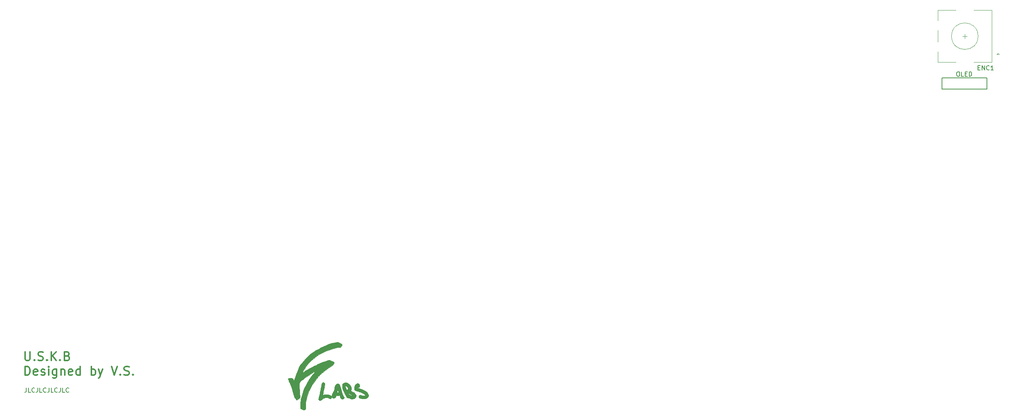
<source format=gbr>
%TF.GenerationSoftware,KiCad,Pcbnew,(5.1.9)-1*%
%TF.CreationDate,2021-07-17T19:30:38-07:00*%
%TF.ProjectId,unsplit-keyboard,756e7370-6c69-4742-9d6b-6579626f6172,rev?*%
%TF.SameCoordinates,Original*%
%TF.FileFunction,Legend,Top*%
%TF.FilePolarity,Positive*%
%FSLAX46Y46*%
G04 Gerber Fmt 4.6, Leading zero omitted, Abs format (unit mm)*
G04 Created by KiCad (PCBNEW (5.1.9)-1) date 2021-07-17 19:30:38*
%MOMM*%
%LPD*%
G01*
G04 APERTURE LIST*
%ADD10C,0.150000*%
%ADD11C,0.300000*%
%ADD12C,0.010000*%
%ADD13C,0.120000*%
G04 APERTURE END LIST*
D10*
X127587952Y-105021130D02*
X127587952Y-105735416D01*
X127540333Y-105878273D01*
X127445095Y-105973511D01*
X127302238Y-106021130D01*
X127207000Y-106021130D01*
X128540333Y-106021130D02*
X128064142Y-106021130D01*
X128064142Y-105021130D01*
X129445095Y-105925892D02*
X129397476Y-105973511D01*
X129254619Y-106021130D01*
X129159380Y-106021130D01*
X129016523Y-105973511D01*
X128921285Y-105878273D01*
X128873666Y-105783035D01*
X128826047Y-105592559D01*
X128826047Y-105449702D01*
X128873666Y-105259226D01*
X128921285Y-105163988D01*
X129016523Y-105068750D01*
X129159380Y-105021130D01*
X129254619Y-105021130D01*
X129397476Y-105068750D01*
X129445095Y-105116369D01*
X130159380Y-105021130D02*
X130159380Y-105735416D01*
X130111761Y-105878273D01*
X130016523Y-105973511D01*
X129873666Y-106021130D01*
X129778428Y-106021130D01*
X131111761Y-106021130D02*
X130635571Y-106021130D01*
X130635571Y-105021130D01*
X132016523Y-105925892D02*
X131968904Y-105973511D01*
X131826047Y-106021130D01*
X131730809Y-106021130D01*
X131587952Y-105973511D01*
X131492714Y-105878273D01*
X131445095Y-105783035D01*
X131397476Y-105592559D01*
X131397476Y-105449702D01*
X131445095Y-105259226D01*
X131492714Y-105163988D01*
X131587952Y-105068750D01*
X131730809Y-105021130D01*
X131826047Y-105021130D01*
X131968904Y-105068750D01*
X132016523Y-105116369D01*
X132730809Y-105021130D02*
X132730809Y-105735416D01*
X132683190Y-105878273D01*
X132587952Y-105973511D01*
X132445095Y-106021130D01*
X132349857Y-106021130D01*
X133683190Y-106021130D02*
X133207000Y-106021130D01*
X133207000Y-105021130D01*
X134587952Y-105925892D02*
X134540333Y-105973511D01*
X134397476Y-106021130D01*
X134302238Y-106021130D01*
X134159380Y-105973511D01*
X134064142Y-105878273D01*
X134016523Y-105783035D01*
X133968904Y-105592559D01*
X133968904Y-105449702D01*
X134016523Y-105259226D01*
X134064142Y-105163988D01*
X134159380Y-105068750D01*
X134302238Y-105021130D01*
X134397476Y-105021130D01*
X134540333Y-105068750D01*
X134587952Y-105116369D01*
X135302238Y-105021130D02*
X135302238Y-105735416D01*
X135254619Y-105878273D01*
X135159380Y-105973511D01*
X135016523Y-106021130D01*
X134921285Y-106021130D01*
X136254619Y-106021130D02*
X135778428Y-106021130D01*
X135778428Y-105021130D01*
X137159380Y-105925892D02*
X137111761Y-105973511D01*
X136968904Y-106021130D01*
X136873666Y-106021130D01*
X136730809Y-105973511D01*
X136635571Y-105878273D01*
X136587952Y-105783035D01*
X136540333Y-105592559D01*
X136540333Y-105449702D01*
X136587952Y-105259226D01*
X136635571Y-105163988D01*
X136730809Y-105068750D01*
X136873666Y-105021130D01*
X136968904Y-105021130D01*
X137111761Y-105068750D01*
X137159380Y-105116369D01*
D11*
X127290190Y-96854511D02*
X127290190Y-98473559D01*
X127385428Y-98664035D01*
X127480666Y-98759273D01*
X127671142Y-98854511D01*
X128052095Y-98854511D01*
X128242571Y-98759273D01*
X128337809Y-98664035D01*
X128433047Y-98473559D01*
X128433047Y-96854511D01*
X129385428Y-98664035D02*
X129480666Y-98759273D01*
X129385428Y-98854511D01*
X129290190Y-98759273D01*
X129385428Y-98664035D01*
X129385428Y-98854511D01*
X130242571Y-98759273D02*
X130528285Y-98854511D01*
X131004476Y-98854511D01*
X131194952Y-98759273D01*
X131290190Y-98664035D01*
X131385428Y-98473559D01*
X131385428Y-98283083D01*
X131290190Y-98092607D01*
X131194952Y-97997369D01*
X131004476Y-97902130D01*
X130623523Y-97806892D01*
X130433047Y-97711654D01*
X130337809Y-97616416D01*
X130242571Y-97425940D01*
X130242571Y-97235464D01*
X130337809Y-97044988D01*
X130433047Y-96949750D01*
X130623523Y-96854511D01*
X131099714Y-96854511D01*
X131385428Y-96949750D01*
X132242571Y-98664035D02*
X132337809Y-98759273D01*
X132242571Y-98854511D01*
X132147333Y-98759273D01*
X132242571Y-98664035D01*
X132242571Y-98854511D01*
X133194952Y-98854511D02*
X133194952Y-96854511D01*
X134337809Y-98854511D02*
X133480666Y-97711654D01*
X134337809Y-96854511D02*
X133194952Y-97997369D01*
X135194952Y-98664035D02*
X135290190Y-98759273D01*
X135194952Y-98854511D01*
X135099714Y-98759273D01*
X135194952Y-98664035D01*
X135194952Y-98854511D01*
X136814000Y-97806892D02*
X137099714Y-97902130D01*
X137194952Y-97997369D01*
X137290190Y-98187845D01*
X137290190Y-98473559D01*
X137194952Y-98664035D01*
X137099714Y-98759273D01*
X136909238Y-98854511D01*
X136147333Y-98854511D01*
X136147333Y-96854511D01*
X136814000Y-96854511D01*
X137004476Y-96949750D01*
X137099714Y-97044988D01*
X137194952Y-97235464D01*
X137194952Y-97425940D01*
X137099714Y-97616416D01*
X137004476Y-97711654D01*
X136814000Y-97806892D01*
X136147333Y-97806892D01*
X127290190Y-102154511D02*
X127290190Y-100154511D01*
X127766380Y-100154511D01*
X128052095Y-100249750D01*
X128242571Y-100440226D01*
X128337809Y-100630702D01*
X128433047Y-101011654D01*
X128433047Y-101297369D01*
X128337809Y-101678321D01*
X128242571Y-101868797D01*
X128052095Y-102059273D01*
X127766380Y-102154511D01*
X127290190Y-102154511D01*
X130052095Y-102059273D02*
X129861619Y-102154511D01*
X129480666Y-102154511D01*
X129290190Y-102059273D01*
X129194952Y-101868797D01*
X129194952Y-101106892D01*
X129290190Y-100916416D01*
X129480666Y-100821178D01*
X129861619Y-100821178D01*
X130052095Y-100916416D01*
X130147333Y-101106892D01*
X130147333Y-101297369D01*
X129194952Y-101487845D01*
X130909238Y-102059273D02*
X131099714Y-102154511D01*
X131480666Y-102154511D01*
X131671142Y-102059273D01*
X131766380Y-101868797D01*
X131766380Y-101773559D01*
X131671142Y-101583083D01*
X131480666Y-101487845D01*
X131194952Y-101487845D01*
X131004476Y-101392607D01*
X130909238Y-101202130D01*
X130909238Y-101106892D01*
X131004476Y-100916416D01*
X131194952Y-100821178D01*
X131480666Y-100821178D01*
X131671142Y-100916416D01*
X132623523Y-102154511D02*
X132623523Y-100821178D01*
X132623523Y-100154511D02*
X132528285Y-100249750D01*
X132623523Y-100344988D01*
X132718761Y-100249750D01*
X132623523Y-100154511D01*
X132623523Y-100344988D01*
X134433047Y-100821178D02*
X134433047Y-102440226D01*
X134337809Y-102630702D01*
X134242571Y-102725940D01*
X134052095Y-102821178D01*
X133766380Y-102821178D01*
X133575904Y-102725940D01*
X134433047Y-102059273D02*
X134242571Y-102154511D01*
X133861619Y-102154511D01*
X133671142Y-102059273D01*
X133575904Y-101964035D01*
X133480666Y-101773559D01*
X133480666Y-101202130D01*
X133575904Y-101011654D01*
X133671142Y-100916416D01*
X133861619Y-100821178D01*
X134242571Y-100821178D01*
X134433047Y-100916416D01*
X135385428Y-100821178D02*
X135385428Y-102154511D01*
X135385428Y-101011654D02*
X135480666Y-100916416D01*
X135671142Y-100821178D01*
X135956857Y-100821178D01*
X136147333Y-100916416D01*
X136242571Y-101106892D01*
X136242571Y-102154511D01*
X137956857Y-102059273D02*
X137766380Y-102154511D01*
X137385428Y-102154511D01*
X137194952Y-102059273D01*
X137099714Y-101868797D01*
X137099714Y-101106892D01*
X137194952Y-100916416D01*
X137385428Y-100821178D01*
X137766380Y-100821178D01*
X137956857Y-100916416D01*
X138052095Y-101106892D01*
X138052095Y-101297369D01*
X137099714Y-101487845D01*
X139766380Y-102154511D02*
X139766380Y-100154511D01*
X139766380Y-102059273D02*
X139575904Y-102154511D01*
X139194952Y-102154511D01*
X139004476Y-102059273D01*
X138909238Y-101964035D01*
X138814000Y-101773559D01*
X138814000Y-101202130D01*
X138909238Y-101011654D01*
X139004476Y-100916416D01*
X139194952Y-100821178D01*
X139575904Y-100821178D01*
X139766380Y-100916416D01*
X142242571Y-102154511D02*
X142242571Y-100154511D01*
X142242571Y-100916416D02*
X142433047Y-100821178D01*
X142814000Y-100821178D01*
X143004476Y-100916416D01*
X143099714Y-101011654D01*
X143194952Y-101202130D01*
X143194952Y-101773559D01*
X143099714Y-101964035D01*
X143004476Y-102059273D01*
X142814000Y-102154511D01*
X142433047Y-102154511D01*
X142242571Y-102059273D01*
X143861619Y-100821178D02*
X144337809Y-102154511D01*
X144814000Y-100821178D02*
X144337809Y-102154511D01*
X144147333Y-102630702D01*
X144052095Y-102725940D01*
X143861619Y-102821178D01*
X146814000Y-100154511D02*
X147480666Y-102154511D01*
X148147333Y-100154511D01*
X148814000Y-101964035D02*
X148909238Y-102059273D01*
X148814000Y-102154511D01*
X148718761Y-102059273D01*
X148814000Y-101964035D01*
X148814000Y-102154511D01*
X149671142Y-102059273D02*
X149956857Y-102154511D01*
X150433047Y-102154511D01*
X150623523Y-102059273D01*
X150718761Y-101964035D01*
X150814000Y-101773559D01*
X150814000Y-101583083D01*
X150718761Y-101392607D01*
X150623523Y-101297369D01*
X150433047Y-101202130D01*
X150052095Y-101106892D01*
X149861619Y-101011654D01*
X149766380Y-100916416D01*
X149671142Y-100725940D01*
X149671142Y-100535464D01*
X149766380Y-100344988D01*
X149861619Y-100249750D01*
X150052095Y-100154511D01*
X150528285Y-100154511D01*
X150814000Y-100249750D01*
X151671142Y-101964035D02*
X151766380Y-102059273D01*
X151671142Y-102154511D01*
X151575904Y-102059273D01*
X151671142Y-101964035D01*
X151671142Y-102154511D01*
D12*
%TO.C,G\u002A\u002A\u002A*%
G36*
X194769116Y-103808380D02*
G01*
X194876462Y-103862324D01*
X194955144Y-103950728D01*
X195001575Y-104068707D01*
X195012172Y-104211374D01*
X195002569Y-104292366D01*
X194985878Y-104386647D01*
X194970326Y-104476215D01*
X194964344Y-104511441D01*
X194908254Y-104835427D01*
X194845606Y-105178055D01*
X194779152Y-105525187D01*
X194711646Y-105862682D01*
X194645839Y-106176401D01*
X194598340Y-106391617D01*
X194574838Y-106500077D01*
X194557469Y-106589654D01*
X194548043Y-106650305D01*
X194547777Y-106671788D01*
X194574926Y-106670282D01*
X194631478Y-106654330D01*
X194663374Y-106643076D01*
X194933308Y-106565798D01*
X195222803Y-106525342D01*
X195518337Y-106522145D01*
X195806383Y-106556646D01*
X195985558Y-106600201D01*
X196062904Y-106626265D01*
X196153097Y-106660924D01*
X196244003Y-106698930D01*
X196323490Y-106735035D01*
X196379426Y-106763992D01*
X196399466Y-106779226D01*
X196427725Y-106797544D01*
X196435003Y-106798179D01*
X196469487Y-106813907D01*
X196518894Y-106852585D01*
X196527743Y-106860835D01*
X196593142Y-106923491D01*
X196607547Y-106805510D01*
X196641631Y-106634848D01*
X196701990Y-106442077D01*
X196782441Y-106242030D01*
X196850434Y-106103328D01*
X197780524Y-106103328D01*
X197793280Y-106123579D01*
X197823554Y-106113800D01*
X197875402Y-106095257D01*
X197948772Y-106077698D01*
X197964938Y-106074741D01*
X198055432Y-106058974D01*
X198107341Y-106042462D01*
X198127398Y-106013836D01*
X198122334Y-105961731D01*
X198098881Y-105874777D01*
X198093900Y-105856970D01*
X198039159Y-105662177D01*
X197996173Y-105513738D01*
X197964544Y-105410355D01*
X197943875Y-105350729D01*
X197933767Y-105333561D01*
X197933642Y-105333669D01*
X197926065Y-105359551D01*
X197911460Y-105423678D01*
X197891836Y-105515956D01*
X197869200Y-105626290D01*
X197845561Y-105744585D01*
X197822928Y-105860748D01*
X197803308Y-105964684D01*
X197788709Y-106046298D01*
X197781141Y-106095496D01*
X197780524Y-106103328D01*
X196850434Y-106103328D01*
X196876801Y-106049542D01*
X196978887Y-105879447D01*
X197014688Y-105828770D01*
X197058067Y-105768031D01*
X197090614Y-105713631D01*
X197116186Y-105654760D01*
X197138640Y-105580611D01*
X197161833Y-105480377D01*
X197189622Y-105343248D01*
X197191669Y-105332852D01*
X197261744Y-105019243D01*
X197340031Y-104748025D01*
X197425946Y-104520631D01*
X197518908Y-104338491D01*
X197618335Y-104203036D01*
X197672436Y-104151493D01*
X197741480Y-104098631D01*
X197797872Y-104070346D01*
X197863346Y-104059001D01*
X197941366Y-104056973D01*
X198033076Y-104059832D01*
X198096221Y-104073186D01*
X198151226Y-104103273D01*
X198190025Y-104132925D01*
X198262760Y-104200206D01*
X198321804Y-104277575D01*
X198374710Y-104377241D01*
X198429035Y-104511412D01*
X198435990Y-104530360D01*
X198469899Y-104627452D01*
X198510958Y-104751067D01*
X198555944Y-104890823D01*
X198601640Y-105036337D01*
X198644824Y-105177228D01*
X198682277Y-105303114D01*
X198710779Y-105403614D01*
X198727110Y-105468344D01*
X198727537Y-105470395D01*
X198744431Y-105535008D01*
X198762275Y-105578453D01*
X198764067Y-105581044D01*
X198781396Y-105620399D01*
X198798576Y-105683817D01*
X198800210Y-105691693D01*
X198814842Y-105751948D01*
X198840242Y-105844304D01*
X198872263Y-105954001D01*
X198893436Y-106023638D01*
X198925583Y-106128724D01*
X198952175Y-106217647D01*
X198969849Y-106279046D01*
X198975137Y-106299691D01*
X198990945Y-106347816D01*
X199024289Y-106428666D01*
X199070019Y-106531334D01*
X199122983Y-106644914D01*
X199178030Y-106758497D01*
X199230010Y-106861179D01*
X199273771Y-106942052D01*
X199295390Y-106977790D01*
X199342551Y-107059815D01*
X199378076Y-107140440D01*
X199389586Y-107180008D01*
X199387368Y-107290040D01*
X199344503Y-107391970D01*
X199269516Y-107478507D01*
X199170932Y-107542362D01*
X199057273Y-107576245D01*
X198937065Y-107572865D01*
X198931579Y-107571707D01*
X198848895Y-107535282D01*
X198757707Y-107466403D01*
X198667415Y-107376042D01*
X198587418Y-107275176D01*
X198527115Y-107174778D01*
X198495906Y-107085823D01*
X198493593Y-107060310D01*
X198485184Y-107017728D01*
X198463707Y-106951028D01*
X198434790Y-106874280D01*
X198404059Y-106801554D01*
X198377139Y-106746919D01*
X198359658Y-106724444D01*
X198359269Y-106724413D01*
X198333229Y-106728673D01*
X198270766Y-106740008D01*
X198183756Y-106756250D01*
X198153085Y-106762050D01*
X198050967Y-106780089D01*
X197981734Y-106787276D01*
X197930290Y-106783549D01*
X197881541Y-106768848D01*
X197861789Y-106760877D01*
X197786334Y-106722151D01*
X197721921Y-106677560D01*
X197714490Y-106670950D01*
X197660080Y-106619834D01*
X197643146Y-106690565D01*
X197625284Y-106750112D01*
X197609034Y-106785884D01*
X197591365Y-106820552D01*
X197562790Y-106885821D01*
X197535178Y-106953397D01*
X197468750Y-107080182D01*
X197379484Y-107193699D01*
X197278109Y-107282783D01*
X197175353Y-107336269D01*
X197164086Y-107339591D01*
X197027509Y-107354347D01*
X196893330Y-107329634D01*
X196774921Y-107269677D01*
X196694438Y-107191190D01*
X196644950Y-107134401D01*
X196612986Y-107120411D01*
X196600395Y-107149915D01*
X196600272Y-107155693D01*
X196583135Y-107224542D01*
X196539861Y-107304986D01*
X196482656Y-107377824D01*
X196432846Y-107419040D01*
X196324436Y-107456737D01*
X196200916Y-107450784D01*
X196059166Y-107400964D01*
X196040181Y-107391727D01*
X195851900Y-107308593D01*
X195677489Y-107257295D01*
X195498260Y-107232817D01*
X195437365Y-107229844D01*
X195251821Y-107234807D01*
X195078895Y-107264065D01*
X194909683Y-107321078D01*
X194735282Y-107409307D01*
X194546789Y-107532209D01*
X194423602Y-107623743D01*
X194290474Y-107724107D01*
X194186040Y-107795883D01*
X194101789Y-107842638D01*
X194029209Y-107867943D01*
X193959788Y-107875366D01*
X193885014Y-107868475D01*
X193853394Y-107862840D01*
X193778754Y-107827756D01*
X193705913Y-107759897D01*
X193648739Y-107674160D01*
X193627765Y-107620477D01*
X193619005Y-107578808D01*
X193616841Y-107532379D01*
X193622513Y-107472721D01*
X193637264Y-107391365D01*
X193662335Y-107279842D01*
X193698967Y-107129682D01*
X193700808Y-107122279D01*
X193734587Y-106986115D01*
X193764523Y-106864665D01*
X193788440Y-106766822D01*
X193804161Y-106701479D01*
X193809154Y-106679685D01*
X193817340Y-106642353D01*
X193834375Y-106566330D01*
X193858175Y-106460872D01*
X193886652Y-106335233D01*
X193904383Y-106257230D01*
X193940643Y-106093848D01*
X193980383Y-105907758D01*
X194022432Y-105705075D01*
X194065621Y-105491913D01*
X194108781Y-105274386D01*
X194150742Y-105058606D01*
X194190335Y-104850690D01*
X194226389Y-104656749D01*
X194257737Y-104482899D01*
X194283207Y-104335254D01*
X194301631Y-104219926D01*
X194311839Y-104143031D01*
X194313535Y-104118251D01*
X194336302Y-104013167D01*
X194397353Y-103917791D01*
X194485807Y-103843048D01*
X194590786Y-103799860D01*
X194636689Y-103793781D01*
X194769116Y-103808380D01*
G37*
X194769116Y-103808380D02*
X194876462Y-103862324D01*
X194955144Y-103950728D01*
X195001575Y-104068707D01*
X195012172Y-104211374D01*
X195002569Y-104292366D01*
X194985878Y-104386647D01*
X194970326Y-104476215D01*
X194964344Y-104511441D01*
X194908254Y-104835427D01*
X194845606Y-105178055D01*
X194779152Y-105525187D01*
X194711646Y-105862682D01*
X194645839Y-106176401D01*
X194598340Y-106391617D01*
X194574838Y-106500077D01*
X194557469Y-106589654D01*
X194548043Y-106650305D01*
X194547777Y-106671788D01*
X194574926Y-106670282D01*
X194631478Y-106654330D01*
X194663374Y-106643076D01*
X194933308Y-106565798D01*
X195222803Y-106525342D01*
X195518337Y-106522145D01*
X195806383Y-106556646D01*
X195985558Y-106600201D01*
X196062904Y-106626265D01*
X196153097Y-106660924D01*
X196244003Y-106698930D01*
X196323490Y-106735035D01*
X196379426Y-106763992D01*
X196399466Y-106779226D01*
X196427725Y-106797544D01*
X196435003Y-106798179D01*
X196469487Y-106813907D01*
X196518894Y-106852585D01*
X196527743Y-106860835D01*
X196593142Y-106923491D01*
X196607547Y-106805510D01*
X196641631Y-106634848D01*
X196701990Y-106442077D01*
X196782441Y-106242030D01*
X196850434Y-106103328D01*
X197780524Y-106103328D01*
X197793280Y-106123579D01*
X197823554Y-106113800D01*
X197875402Y-106095257D01*
X197948772Y-106077698D01*
X197964938Y-106074741D01*
X198055432Y-106058974D01*
X198107341Y-106042462D01*
X198127398Y-106013836D01*
X198122334Y-105961731D01*
X198098881Y-105874777D01*
X198093900Y-105856970D01*
X198039159Y-105662177D01*
X197996173Y-105513738D01*
X197964544Y-105410355D01*
X197943875Y-105350729D01*
X197933767Y-105333561D01*
X197933642Y-105333669D01*
X197926065Y-105359551D01*
X197911460Y-105423678D01*
X197891836Y-105515956D01*
X197869200Y-105626290D01*
X197845561Y-105744585D01*
X197822928Y-105860748D01*
X197803308Y-105964684D01*
X197788709Y-106046298D01*
X197781141Y-106095496D01*
X197780524Y-106103328D01*
X196850434Y-106103328D01*
X196876801Y-106049542D01*
X196978887Y-105879447D01*
X197014688Y-105828770D01*
X197058067Y-105768031D01*
X197090614Y-105713631D01*
X197116186Y-105654760D01*
X197138640Y-105580611D01*
X197161833Y-105480377D01*
X197189622Y-105343248D01*
X197191669Y-105332852D01*
X197261744Y-105019243D01*
X197340031Y-104748025D01*
X197425946Y-104520631D01*
X197518908Y-104338491D01*
X197618335Y-104203036D01*
X197672436Y-104151493D01*
X197741480Y-104098631D01*
X197797872Y-104070346D01*
X197863346Y-104059001D01*
X197941366Y-104056973D01*
X198033076Y-104059832D01*
X198096221Y-104073186D01*
X198151226Y-104103273D01*
X198190025Y-104132925D01*
X198262760Y-104200206D01*
X198321804Y-104277575D01*
X198374710Y-104377241D01*
X198429035Y-104511412D01*
X198435990Y-104530360D01*
X198469899Y-104627452D01*
X198510958Y-104751067D01*
X198555944Y-104890823D01*
X198601640Y-105036337D01*
X198644824Y-105177228D01*
X198682277Y-105303114D01*
X198710779Y-105403614D01*
X198727110Y-105468344D01*
X198727537Y-105470395D01*
X198744431Y-105535008D01*
X198762275Y-105578453D01*
X198764067Y-105581044D01*
X198781396Y-105620399D01*
X198798576Y-105683817D01*
X198800210Y-105691693D01*
X198814842Y-105751948D01*
X198840242Y-105844304D01*
X198872263Y-105954001D01*
X198893436Y-106023638D01*
X198925583Y-106128724D01*
X198952175Y-106217647D01*
X198969849Y-106279046D01*
X198975137Y-106299691D01*
X198990945Y-106347816D01*
X199024289Y-106428666D01*
X199070019Y-106531334D01*
X199122983Y-106644914D01*
X199178030Y-106758497D01*
X199230010Y-106861179D01*
X199273771Y-106942052D01*
X199295390Y-106977790D01*
X199342551Y-107059815D01*
X199378076Y-107140440D01*
X199389586Y-107180008D01*
X199387368Y-107290040D01*
X199344503Y-107391970D01*
X199269516Y-107478507D01*
X199170932Y-107542362D01*
X199057273Y-107576245D01*
X198937065Y-107572865D01*
X198931579Y-107571707D01*
X198848895Y-107535282D01*
X198757707Y-107466403D01*
X198667415Y-107376042D01*
X198587418Y-107275176D01*
X198527115Y-107174778D01*
X198495906Y-107085823D01*
X198493593Y-107060310D01*
X198485184Y-107017728D01*
X198463707Y-106951028D01*
X198434790Y-106874280D01*
X198404059Y-106801554D01*
X198377139Y-106746919D01*
X198359658Y-106724444D01*
X198359269Y-106724413D01*
X198333229Y-106728673D01*
X198270766Y-106740008D01*
X198183756Y-106756250D01*
X198153085Y-106762050D01*
X198050967Y-106780089D01*
X197981734Y-106787276D01*
X197930290Y-106783549D01*
X197881541Y-106768848D01*
X197861789Y-106760877D01*
X197786334Y-106722151D01*
X197721921Y-106677560D01*
X197714490Y-106670950D01*
X197660080Y-106619834D01*
X197643146Y-106690565D01*
X197625284Y-106750112D01*
X197609034Y-106785884D01*
X197591365Y-106820552D01*
X197562790Y-106885821D01*
X197535178Y-106953397D01*
X197468750Y-107080182D01*
X197379484Y-107193699D01*
X197278109Y-107282783D01*
X197175353Y-107336269D01*
X197164086Y-107339591D01*
X197027509Y-107354347D01*
X196893330Y-107329634D01*
X196774921Y-107269677D01*
X196694438Y-107191190D01*
X196644950Y-107134401D01*
X196612986Y-107120411D01*
X196600395Y-107149915D01*
X196600272Y-107155693D01*
X196583135Y-107224542D01*
X196539861Y-107304986D01*
X196482656Y-107377824D01*
X196432846Y-107419040D01*
X196324436Y-107456737D01*
X196200916Y-107450784D01*
X196059166Y-107400964D01*
X196040181Y-107391727D01*
X195851900Y-107308593D01*
X195677489Y-107257295D01*
X195498260Y-107232817D01*
X195437365Y-107229844D01*
X195251821Y-107234807D01*
X195078895Y-107264065D01*
X194909683Y-107321078D01*
X194735282Y-107409307D01*
X194546789Y-107532209D01*
X194423602Y-107623743D01*
X194290474Y-107724107D01*
X194186040Y-107795883D01*
X194101789Y-107842638D01*
X194029209Y-107867943D01*
X193959788Y-107875366D01*
X193885014Y-107868475D01*
X193853394Y-107862840D01*
X193778754Y-107827756D01*
X193705913Y-107759897D01*
X193648739Y-107674160D01*
X193627765Y-107620477D01*
X193619005Y-107578808D01*
X193616841Y-107532379D01*
X193622513Y-107472721D01*
X193637264Y-107391365D01*
X193662335Y-107279842D01*
X193698967Y-107129682D01*
X193700808Y-107122279D01*
X193734587Y-106986115D01*
X193764523Y-106864665D01*
X193788440Y-106766822D01*
X193804161Y-106701479D01*
X193809154Y-106679685D01*
X193817340Y-106642353D01*
X193834375Y-106566330D01*
X193858175Y-106460872D01*
X193886652Y-106335233D01*
X193904383Y-106257230D01*
X193940643Y-106093848D01*
X193980383Y-105907758D01*
X194022432Y-105705075D01*
X194065621Y-105491913D01*
X194108781Y-105274386D01*
X194150742Y-105058606D01*
X194190335Y-104850690D01*
X194226389Y-104656749D01*
X194257737Y-104482899D01*
X194283207Y-104335254D01*
X194301631Y-104219926D01*
X194311839Y-104143031D01*
X194313535Y-104118251D01*
X194336302Y-104013167D01*
X194397353Y-103917791D01*
X194485807Y-103843048D01*
X194590786Y-103799860D01*
X194636689Y-103793781D01*
X194769116Y-103808380D01*
G36*
X199973072Y-103870021D02*
G01*
X200163707Y-103944906D01*
X200350679Y-104057621D01*
X200529029Y-104204816D01*
X200693797Y-104383140D01*
X200840022Y-104589244D01*
X200925554Y-104742007D01*
X200964520Y-104821597D01*
X200989939Y-104884949D01*
X201004699Y-104946631D01*
X201011688Y-105021213D01*
X201013796Y-105123263D01*
X201013922Y-105187687D01*
X201012736Y-105312286D01*
X201007716Y-105401377D01*
X200996666Y-105468602D01*
X200977393Y-105527601D01*
X200949435Y-105588520D01*
X200884949Y-105718818D01*
X201060084Y-105806660D01*
X201167647Y-105861624D01*
X201279858Y-105920558D01*
X201370456Y-105969625D01*
X201452382Y-106014840D01*
X201524868Y-106054346D01*
X201562619Y-106074521D01*
X201682295Y-106151203D01*
X201804995Y-106253315D01*
X201914389Y-106365818D01*
X201991776Y-106469714D01*
X202071213Y-106640320D01*
X202104451Y-106807262D01*
X202094465Y-106966476D01*
X202044231Y-107113895D01*
X201956726Y-107245452D01*
X201834926Y-107357083D01*
X201681806Y-107444719D01*
X201500343Y-107504296D01*
X201293513Y-107531747D01*
X201213574Y-107532984D01*
X201113219Y-107530372D01*
X201027277Y-107526022D01*
X200971415Y-107520778D01*
X200964745Y-107519593D01*
X200847450Y-107484468D01*
X200710744Y-107427923D01*
X200574387Y-107358276D01*
X200555165Y-107347201D01*
X200472177Y-107301964D01*
X200410274Y-107279985D01*
X200350332Y-107276211D01*
X200304523Y-107280965D01*
X200225648Y-107285778D01*
X200159339Y-107270731D01*
X200081511Y-107230924D01*
X200049741Y-107211301D01*
X200021465Y-107189551D01*
X199993703Y-107160681D01*
X199963476Y-107119697D01*
X199927801Y-107061606D01*
X199883699Y-106981415D01*
X199828191Y-106874129D01*
X199758294Y-106734756D01*
X199671029Y-106558303D01*
X199628355Y-106471674D01*
X199539831Y-106290760D01*
X200365230Y-106290760D01*
X200388351Y-106355623D01*
X200416401Y-106416398D01*
X200454793Y-106485279D01*
X200490335Y-106518626D01*
X200535337Y-106527687D01*
X200538187Y-106527704D01*
X200631247Y-106542629D01*
X200731772Y-106590299D01*
X200848747Y-106675062D01*
X200857252Y-106682057D01*
X200960851Y-106757276D01*
X201058643Y-106799978D01*
X201172522Y-106818279D01*
X201231121Y-106820654D01*
X201306728Y-106817723D01*
X201339165Y-106804507D01*
X201340385Y-106792031D01*
X201316390Y-106771557D01*
X201255456Y-106733185D01*
X201164645Y-106680979D01*
X201051021Y-106618999D01*
X200923563Y-106552293D01*
X200791899Y-106484034D01*
X200673528Y-106421375D01*
X200576192Y-106368518D01*
X200507635Y-106329664D01*
X200476207Y-106309543D01*
X200444803Y-106290078D01*
X200436090Y-106294113D01*
X200420962Y-106296324D01*
X200399207Y-106281818D01*
X200368825Y-106265972D01*
X200365230Y-106290760D01*
X199539831Y-106290760D01*
X199489198Y-106187285D01*
X199371255Y-105941644D01*
X199272774Y-105730014D01*
X199192003Y-105547657D01*
X199127191Y-105389836D01*
X199076584Y-105251814D01*
X199038432Y-105128853D01*
X199010982Y-105016216D01*
X198992482Y-104909166D01*
X198981181Y-104802966D01*
X198975827Y-104707178D01*
X198979038Y-104638174D01*
X199678173Y-104638174D01*
X199679686Y-104730594D01*
X199707596Y-104854754D01*
X199761546Y-105007639D01*
X199826398Y-105155363D01*
X199950559Y-105418162D01*
X200076529Y-105404939D01*
X200175114Y-105385218D01*
X200242051Y-105346860D01*
X200257823Y-105331330D01*
X200296468Y-105276521D01*
X200313132Y-105227851D01*
X200313147Y-105226808D01*
X200297506Y-105139450D01*
X200254944Y-105032218D01*
X200192009Y-104921272D01*
X200185372Y-104911367D01*
X200127559Y-104839843D01*
X200050279Y-104762152D01*
X199964001Y-104686839D01*
X199879188Y-104622450D01*
X199806307Y-104577528D01*
X199755824Y-104560618D01*
X199755770Y-104560618D01*
X199703415Y-104580510D01*
X199678173Y-104638174D01*
X198979038Y-104638174D01*
X198986163Y-104485066D01*
X199034291Y-104293142D01*
X199119405Y-104132516D01*
X199240699Y-104004298D01*
X199397366Y-103909598D01*
X199588600Y-103849525D01*
X199600658Y-103847142D01*
X199783736Y-103836316D01*
X199973072Y-103870021D01*
G37*
X199973072Y-103870021D02*
X200163707Y-103944906D01*
X200350679Y-104057621D01*
X200529029Y-104204816D01*
X200693797Y-104383140D01*
X200840022Y-104589244D01*
X200925554Y-104742007D01*
X200964520Y-104821597D01*
X200989939Y-104884949D01*
X201004699Y-104946631D01*
X201011688Y-105021213D01*
X201013796Y-105123263D01*
X201013922Y-105187687D01*
X201012736Y-105312286D01*
X201007716Y-105401377D01*
X200996666Y-105468602D01*
X200977393Y-105527601D01*
X200949435Y-105588520D01*
X200884949Y-105718818D01*
X201060084Y-105806660D01*
X201167647Y-105861624D01*
X201279858Y-105920558D01*
X201370456Y-105969625D01*
X201452382Y-106014840D01*
X201524868Y-106054346D01*
X201562619Y-106074521D01*
X201682295Y-106151203D01*
X201804995Y-106253315D01*
X201914389Y-106365818D01*
X201991776Y-106469714D01*
X202071213Y-106640320D01*
X202104451Y-106807262D01*
X202094465Y-106966476D01*
X202044231Y-107113895D01*
X201956726Y-107245452D01*
X201834926Y-107357083D01*
X201681806Y-107444719D01*
X201500343Y-107504296D01*
X201293513Y-107531747D01*
X201213574Y-107532984D01*
X201113219Y-107530372D01*
X201027277Y-107526022D01*
X200971415Y-107520778D01*
X200964745Y-107519593D01*
X200847450Y-107484468D01*
X200710744Y-107427923D01*
X200574387Y-107358276D01*
X200555165Y-107347201D01*
X200472177Y-107301964D01*
X200410274Y-107279985D01*
X200350332Y-107276211D01*
X200304523Y-107280965D01*
X200225648Y-107285778D01*
X200159339Y-107270731D01*
X200081511Y-107230924D01*
X200049741Y-107211301D01*
X200021465Y-107189551D01*
X199993703Y-107160681D01*
X199963476Y-107119697D01*
X199927801Y-107061606D01*
X199883699Y-106981415D01*
X199828191Y-106874129D01*
X199758294Y-106734756D01*
X199671029Y-106558303D01*
X199628355Y-106471674D01*
X199539831Y-106290760D01*
X200365230Y-106290760D01*
X200388351Y-106355623D01*
X200416401Y-106416398D01*
X200454793Y-106485279D01*
X200490335Y-106518626D01*
X200535337Y-106527687D01*
X200538187Y-106527704D01*
X200631247Y-106542629D01*
X200731772Y-106590299D01*
X200848747Y-106675062D01*
X200857252Y-106682057D01*
X200960851Y-106757276D01*
X201058643Y-106799978D01*
X201172522Y-106818279D01*
X201231121Y-106820654D01*
X201306728Y-106817723D01*
X201339165Y-106804507D01*
X201340385Y-106792031D01*
X201316390Y-106771557D01*
X201255456Y-106733185D01*
X201164645Y-106680979D01*
X201051021Y-106618999D01*
X200923563Y-106552293D01*
X200791899Y-106484034D01*
X200673528Y-106421375D01*
X200576192Y-106368518D01*
X200507635Y-106329664D01*
X200476207Y-106309543D01*
X200444803Y-106290078D01*
X200436090Y-106294113D01*
X200420962Y-106296324D01*
X200399207Y-106281818D01*
X200368825Y-106265972D01*
X200365230Y-106290760D01*
X199539831Y-106290760D01*
X199489198Y-106187285D01*
X199371255Y-105941644D01*
X199272774Y-105730014D01*
X199192003Y-105547657D01*
X199127191Y-105389836D01*
X199076584Y-105251814D01*
X199038432Y-105128853D01*
X199010982Y-105016216D01*
X198992482Y-104909166D01*
X198981181Y-104802966D01*
X198975827Y-104707178D01*
X198979038Y-104638174D01*
X199678173Y-104638174D01*
X199679686Y-104730594D01*
X199707596Y-104854754D01*
X199761546Y-105007639D01*
X199826398Y-105155363D01*
X199950559Y-105418162D01*
X200076529Y-105404939D01*
X200175114Y-105385218D01*
X200242051Y-105346860D01*
X200257823Y-105331330D01*
X200296468Y-105276521D01*
X200313132Y-105227851D01*
X200313147Y-105226808D01*
X200297506Y-105139450D01*
X200254944Y-105032218D01*
X200192009Y-104921272D01*
X200185372Y-104911367D01*
X200127559Y-104839843D01*
X200050279Y-104762152D01*
X199964001Y-104686839D01*
X199879188Y-104622450D01*
X199806307Y-104577528D01*
X199755824Y-104560618D01*
X199755770Y-104560618D01*
X199703415Y-104580510D01*
X199678173Y-104638174D01*
X198979038Y-104638174D01*
X198986163Y-104485066D01*
X199034291Y-104293142D01*
X199119405Y-104132516D01*
X199240699Y-104004298D01*
X199397366Y-103909598D01*
X199588600Y-103849525D01*
X199600658Y-103847142D01*
X199783736Y-103836316D01*
X199973072Y-103870021D01*
G36*
X202533076Y-103994207D02*
G01*
X202670083Y-104052768D01*
X202773810Y-104139960D01*
X202825580Y-104210671D01*
X202853654Y-104262826D01*
X202870825Y-104318098D01*
X202879611Y-104390550D01*
X202882529Y-104494246D01*
X202882638Y-104529439D01*
X202882654Y-104756441D01*
X202793228Y-104845899D01*
X202731424Y-104900353D01*
X202670685Y-104930887D01*
X202588956Y-104947413D01*
X202559637Y-104950844D01*
X202464908Y-104967487D01*
X202418704Y-104990429D01*
X202421185Y-105017514D01*
X202472513Y-105046587D01*
X202550708Y-105070286D01*
X202734116Y-105120949D01*
X202942173Y-105187703D01*
X203163612Y-105266157D01*
X203387166Y-105351921D01*
X203601571Y-105440604D01*
X203795559Y-105527815D01*
X203957864Y-105609164D01*
X204013728Y-105640441D01*
X204267467Y-105804793D01*
X204481149Y-105977167D01*
X204653386Y-106155477D01*
X204782792Y-106337633D01*
X204867978Y-106521547D01*
X204907556Y-106705132D01*
X204900140Y-106886300D01*
X204885297Y-106951975D01*
X204844720Y-107035750D01*
X204771748Y-107130940D01*
X204677611Y-107226262D01*
X204573540Y-107310431D01*
X204470764Y-107372164D01*
X204463920Y-107375348D01*
X204362867Y-107411370D01*
X204228577Y-107445494D01*
X204076983Y-107474848D01*
X203924014Y-107496561D01*
X203785603Y-107507763D01*
X203725077Y-107508490D01*
X203627516Y-107502062D01*
X203512285Y-107488395D01*
X203435897Y-107476072D01*
X203241126Y-107433524D01*
X203069334Y-107383321D01*
X202928469Y-107328253D01*
X202826479Y-107271116D01*
X202805100Y-107254377D01*
X202750711Y-107201218D01*
X202721815Y-107149355D01*
X202708311Y-107077377D01*
X202705304Y-107042830D01*
X202705359Y-106936901D01*
X202726901Y-106854148D01*
X202742213Y-106822767D01*
X202816102Y-106735484D01*
X202919460Y-106677225D01*
X203039429Y-106651985D01*
X203163146Y-106663760D01*
X203207295Y-106678297D01*
X203275501Y-106705880D01*
X203325248Y-106726194D01*
X203413653Y-106753007D01*
X203524850Y-106772595D01*
X203649690Y-106785031D01*
X203779019Y-106790388D01*
X203903687Y-106788740D01*
X204014541Y-106780160D01*
X204102431Y-106764720D01*
X204158204Y-106742494D01*
X204173554Y-106719417D01*
X204156650Y-106688375D01*
X204112204Y-106634350D01*
X204049611Y-106566821D01*
X203978268Y-106495267D01*
X203907573Y-106429168D01*
X203846922Y-106378004D01*
X203811062Y-106353733D01*
X203759449Y-106324961D01*
X203730960Y-106305101D01*
X203702046Y-106286922D01*
X203637704Y-106253257D01*
X203547440Y-106208606D01*
X203440759Y-106157468D01*
X203327166Y-106104342D01*
X203216168Y-106053727D01*
X203117268Y-106010124D01*
X203040080Y-105978072D01*
X202963422Y-105950222D01*
X202850694Y-105912170D01*
X202713021Y-105867533D01*
X202561531Y-105819924D01*
X202426483Y-105778700D01*
X202241814Y-105721526D01*
X202097938Y-105672192D01*
X201987874Y-105626890D01*
X201904636Y-105581810D01*
X201841243Y-105533145D01*
X201790711Y-105477085D01*
X201746056Y-105409824D01*
X201744140Y-105406587D01*
X201717405Y-105356031D01*
X201701559Y-105306553D01*
X201694679Y-105244452D01*
X201694839Y-105156028D01*
X201697851Y-105076978D01*
X201708459Y-104934026D01*
X201728602Y-104818308D01*
X201762487Y-104708171D01*
X201776642Y-104671267D01*
X201871079Y-104470151D01*
X201982208Y-104295293D01*
X202104942Y-104152897D01*
X202234192Y-104049169D01*
X202324073Y-104003555D01*
X202401287Y-103979404D01*
X202465097Y-103977938D01*
X202533076Y-103994207D01*
G37*
X202533076Y-103994207D02*
X202670083Y-104052768D01*
X202773810Y-104139960D01*
X202825580Y-104210671D01*
X202853654Y-104262826D01*
X202870825Y-104318098D01*
X202879611Y-104390550D01*
X202882529Y-104494246D01*
X202882638Y-104529439D01*
X202882654Y-104756441D01*
X202793228Y-104845899D01*
X202731424Y-104900353D01*
X202670685Y-104930887D01*
X202588956Y-104947413D01*
X202559637Y-104950844D01*
X202464908Y-104967487D01*
X202418704Y-104990429D01*
X202421185Y-105017514D01*
X202472513Y-105046587D01*
X202550708Y-105070286D01*
X202734116Y-105120949D01*
X202942173Y-105187703D01*
X203163612Y-105266157D01*
X203387166Y-105351921D01*
X203601571Y-105440604D01*
X203795559Y-105527815D01*
X203957864Y-105609164D01*
X204013728Y-105640441D01*
X204267467Y-105804793D01*
X204481149Y-105977167D01*
X204653386Y-106155477D01*
X204782792Y-106337633D01*
X204867978Y-106521547D01*
X204907556Y-106705132D01*
X204900140Y-106886300D01*
X204885297Y-106951975D01*
X204844720Y-107035750D01*
X204771748Y-107130940D01*
X204677611Y-107226262D01*
X204573540Y-107310431D01*
X204470764Y-107372164D01*
X204463920Y-107375348D01*
X204362867Y-107411370D01*
X204228577Y-107445494D01*
X204076983Y-107474848D01*
X203924014Y-107496561D01*
X203785603Y-107507763D01*
X203725077Y-107508490D01*
X203627516Y-107502062D01*
X203512285Y-107488395D01*
X203435897Y-107476072D01*
X203241126Y-107433524D01*
X203069334Y-107383321D01*
X202928469Y-107328253D01*
X202826479Y-107271116D01*
X202805100Y-107254377D01*
X202750711Y-107201218D01*
X202721815Y-107149355D01*
X202708311Y-107077377D01*
X202705304Y-107042830D01*
X202705359Y-106936901D01*
X202726901Y-106854148D01*
X202742213Y-106822767D01*
X202816102Y-106735484D01*
X202919460Y-106677225D01*
X203039429Y-106651985D01*
X203163146Y-106663760D01*
X203207295Y-106678297D01*
X203275501Y-106705880D01*
X203325248Y-106726194D01*
X203413653Y-106753007D01*
X203524850Y-106772595D01*
X203649690Y-106785031D01*
X203779019Y-106790388D01*
X203903687Y-106788740D01*
X204014541Y-106780160D01*
X204102431Y-106764720D01*
X204158204Y-106742494D01*
X204173554Y-106719417D01*
X204156650Y-106688375D01*
X204112204Y-106634350D01*
X204049611Y-106566821D01*
X203978268Y-106495267D01*
X203907573Y-106429168D01*
X203846922Y-106378004D01*
X203811062Y-106353733D01*
X203759449Y-106324961D01*
X203730960Y-106305101D01*
X203702046Y-106286922D01*
X203637704Y-106253257D01*
X203547440Y-106208606D01*
X203440759Y-106157468D01*
X203327166Y-106104342D01*
X203216168Y-106053727D01*
X203117268Y-106010124D01*
X203040080Y-105978072D01*
X202963422Y-105950222D01*
X202850694Y-105912170D01*
X202713021Y-105867533D01*
X202561531Y-105819924D01*
X202426483Y-105778700D01*
X202241814Y-105721526D01*
X202097938Y-105672192D01*
X201987874Y-105626890D01*
X201904636Y-105581810D01*
X201841243Y-105533145D01*
X201790711Y-105477085D01*
X201746056Y-105409824D01*
X201744140Y-105406587D01*
X201717405Y-105356031D01*
X201701559Y-105306553D01*
X201694679Y-105244452D01*
X201694839Y-105156028D01*
X201697851Y-105076978D01*
X201708459Y-104934026D01*
X201728602Y-104818308D01*
X201762487Y-104708171D01*
X201776642Y-104671267D01*
X201871079Y-104470151D01*
X201982208Y-104295293D01*
X202104942Y-104152897D01*
X202234192Y-104049169D01*
X202324073Y-104003555D01*
X202401287Y-103979404D01*
X202465097Y-103977938D01*
X202533076Y-103994207D01*
G36*
X198171802Y-94765266D02*
G01*
X198390321Y-94866010D01*
X198391297Y-94866505D01*
X198688667Y-95021316D01*
X198856121Y-95134346D01*
X198914800Y-95240330D01*
X198885846Y-95374001D01*
X198803689Y-95544036D01*
X198676204Y-95756368D01*
X198544981Y-95852070D01*
X198350565Y-95874416D01*
X198349798Y-95874416D01*
X198017145Y-95908152D01*
X197564540Y-96002013D01*
X197025695Y-96144983D01*
X196434320Y-96326046D01*
X195824127Y-96534185D01*
X195228827Y-96758384D01*
X194682133Y-96987625D01*
X194217755Y-97210892D01*
X194151250Y-97246466D01*
X193654908Y-97526483D01*
X193243839Y-97785836D01*
X192870708Y-98059758D01*
X192488179Y-98383484D01*
X192048918Y-98792246D01*
X191961020Y-98876756D01*
X191314250Y-99545399D01*
X190793285Y-100188365D01*
X190367522Y-100844860D01*
X190231231Y-101092874D01*
X190075876Y-101409924D01*
X190016839Y-101591752D01*
X190055264Y-101643194D01*
X190192296Y-101569086D01*
X190320083Y-101468243D01*
X190577652Y-101253868D01*
X190744682Y-101121284D01*
X190860221Y-101043285D01*
X190963318Y-100992664D01*
X191053544Y-100957220D01*
X191229791Y-100874225D01*
X191493514Y-100731989D01*
X191788498Y-100560866D01*
X191796620Y-100555978D01*
X192134838Y-100365099D01*
X192550539Y-100148776D01*
X192965250Y-99947536D01*
X193050583Y-99908396D01*
X193447036Y-99727983D01*
X193857462Y-99539625D01*
X194207239Y-99377605D01*
X194278250Y-99344394D01*
X194615583Y-99198845D01*
X194958950Y-99070555D01*
X195167250Y-99005985D01*
X195414036Y-98932435D01*
X195593178Y-98863414D01*
X195632917Y-98840834D01*
X195898668Y-98735501D01*
X196205146Y-98764768D01*
X196447263Y-98887471D01*
X196687995Y-99033026D01*
X196923953Y-99128840D01*
X196946329Y-99134320D01*
X197096598Y-99179418D01*
X197141803Y-99259904D01*
X197104708Y-99432199D01*
X197088318Y-99486221D01*
X197048129Y-99610055D01*
X196999544Y-99711021D01*
X196919985Y-99808686D01*
X196786874Y-99922616D01*
X196577637Y-100072376D01*
X196269694Y-100277532D01*
X195886917Y-100527387D01*
X194871437Y-101261502D01*
X193964782Y-102076251D01*
X193141305Y-102998163D01*
X192375360Y-104053767D01*
X192171835Y-104370331D01*
X191813328Y-105006815D01*
X191483667Y-105715634D01*
X191194978Y-106459824D01*
X190959388Y-107202423D01*
X190789022Y-107906465D01*
X190696007Y-108534988D01*
X190683334Y-108907638D01*
X190693469Y-109302330D01*
X190692797Y-109564785D01*
X190677423Y-109731957D01*
X190643454Y-109840801D01*
X190586999Y-109928271D01*
X190574083Y-109944679D01*
X190419929Y-110035160D01*
X190251639Y-110014856D01*
X189961205Y-109906721D01*
X189710104Y-109771536D01*
X189560450Y-109642825D01*
X189559380Y-109641242D01*
X189517245Y-109483177D01*
X189498409Y-109198927D01*
X189501589Y-108829843D01*
X189525507Y-108417281D01*
X189568883Y-108002593D01*
X189620104Y-107679274D01*
X189904608Y-106548963D01*
X190322186Y-105392147D01*
X190851781Y-104252443D01*
X191472336Y-103173468D01*
X192162791Y-102198838D01*
X192412186Y-101896120D01*
X192618489Y-101648351D01*
X192737758Y-101482220D01*
X192762166Y-101399967D01*
X192683886Y-101403833D01*
X192495088Y-101496058D01*
X192187946Y-101678882D01*
X191754631Y-101954545D01*
X191399583Y-102185899D01*
X190981829Y-102468151D01*
X190553415Y-102772009D01*
X190167606Y-103058922D01*
X189902351Y-103269519D01*
X189622152Y-103511807D01*
X189447210Y-103692662D01*
X189347935Y-103853072D01*
X189294735Y-104034021D01*
X189277695Y-104134725D01*
X189265834Y-104350299D01*
X189269979Y-104692485D01*
X189287469Y-105119595D01*
X189315647Y-105589938D01*
X189351851Y-106061825D01*
X189393422Y-106493567D01*
X189437701Y-106843475D01*
X189458299Y-106965750D01*
X189473756Y-107120498D01*
X189432683Y-107245677D01*
X189308314Y-107381148D01*
X189073888Y-107566773D01*
X189035466Y-107595523D01*
X188703349Y-107843332D01*
X188421633Y-107517435D01*
X188259073Y-107308929D01*
X188157292Y-107139029D01*
X188139917Y-107080695D01*
X188112153Y-106920219D01*
X188035877Y-106632740D01*
X187921614Y-106249964D01*
X187779888Y-105803595D01*
X187621221Y-105325340D01*
X187456140Y-104846904D01*
X187295166Y-104399993D01*
X187148825Y-104016313D01*
X187027640Y-103727569D01*
X187025012Y-103721815D01*
X186883972Y-103398178D01*
X186782342Y-103134090D01*
X186733143Y-102965274D01*
X186734339Y-102924439D01*
X186841311Y-102889184D01*
X187060394Y-102854016D01*
X187233174Y-102836203D01*
X187598533Y-102848035D01*
X187827392Y-102956987D01*
X187923349Y-103165067D01*
X187926974Y-103223436D01*
X187979745Y-103356697D01*
X188020954Y-103383974D01*
X188086912Y-103323492D01*
X188178121Y-103131690D01*
X188279567Y-102841724D01*
X188305209Y-102756262D01*
X188498599Y-102150825D01*
X188729149Y-101523743D01*
X188976546Y-100924942D01*
X189220475Y-100404347D01*
X189385835Y-100100441D01*
X189645967Y-99714639D01*
X190002821Y-99256687D01*
X190423396Y-98763275D01*
X190874688Y-98271090D01*
X191323698Y-97816820D01*
X191737421Y-97437153D01*
X191907583Y-97297044D01*
X192372495Y-96969347D01*
X192988611Y-96596219D01*
X193745793Y-96183637D01*
X194134442Y-95984380D01*
X194850242Y-95633032D01*
X195458381Y-95358058D01*
X195994926Y-95146303D01*
X196495946Y-94984613D01*
X196997509Y-94859831D01*
X197459963Y-94771469D01*
X197773565Y-94724826D01*
X197988530Y-94720481D01*
X198171802Y-94765266D01*
G37*
X198171802Y-94765266D02*
X198390321Y-94866010D01*
X198391297Y-94866505D01*
X198688667Y-95021316D01*
X198856121Y-95134346D01*
X198914800Y-95240330D01*
X198885846Y-95374001D01*
X198803689Y-95544036D01*
X198676204Y-95756368D01*
X198544981Y-95852070D01*
X198350565Y-95874416D01*
X198349798Y-95874416D01*
X198017145Y-95908152D01*
X197564540Y-96002013D01*
X197025695Y-96144983D01*
X196434320Y-96326046D01*
X195824127Y-96534185D01*
X195228827Y-96758384D01*
X194682133Y-96987625D01*
X194217755Y-97210892D01*
X194151250Y-97246466D01*
X193654908Y-97526483D01*
X193243839Y-97785836D01*
X192870708Y-98059758D01*
X192488179Y-98383484D01*
X192048918Y-98792246D01*
X191961020Y-98876756D01*
X191314250Y-99545399D01*
X190793285Y-100188365D01*
X190367522Y-100844860D01*
X190231231Y-101092874D01*
X190075876Y-101409924D01*
X190016839Y-101591752D01*
X190055264Y-101643194D01*
X190192296Y-101569086D01*
X190320083Y-101468243D01*
X190577652Y-101253868D01*
X190744682Y-101121284D01*
X190860221Y-101043285D01*
X190963318Y-100992664D01*
X191053544Y-100957220D01*
X191229791Y-100874225D01*
X191493514Y-100731989D01*
X191788498Y-100560866D01*
X191796620Y-100555978D01*
X192134838Y-100365099D01*
X192550539Y-100148776D01*
X192965250Y-99947536D01*
X193050583Y-99908396D01*
X193447036Y-99727983D01*
X193857462Y-99539625D01*
X194207239Y-99377605D01*
X194278250Y-99344394D01*
X194615583Y-99198845D01*
X194958950Y-99070555D01*
X195167250Y-99005985D01*
X195414036Y-98932435D01*
X195593178Y-98863414D01*
X195632917Y-98840834D01*
X195898668Y-98735501D01*
X196205146Y-98764768D01*
X196447263Y-98887471D01*
X196687995Y-99033026D01*
X196923953Y-99128840D01*
X196946329Y-99134320D01*
X197096598Y-99179418D01*
X197141803Y-99259904D01*
X197104708Y-99432199D01*
X197088318Y-99486221D01*
X197048129Y-99610055D01*
X196999544Y-99711021D01*
X196919985Y-99808686D01*
X196786874Y-99922616D01*
X196577637Y-100072376D01*
X196269694Y-100277532D01*
X195886917Y-100527387D01*
X194871437Y-101261502D01*
X193964782Y-102076251D01*
X193141305Y-102998163D01*
X192375360Y-104053767D01*
X192171835Y-104370331D01*
X191813328Y-105006815D01*
X191483667Y-105715634D01*
X191194978Y-106459824D01*
X190959388Y-107202423D01*
X190789022Y-107906465D01*
X190696007Y-108534988D01*
X190683334Y-108907638D01*
X190693469Y-109302330D01*
X190692797Y-109564785D01*
X190677423Y-109731957D01*
X190643454Y-109840801D01*
X190586999Y-109928271D01*
X190574083Y-109944679D01*
X190419929Y-110035160D01*
X190251639Y-110014856D01*
X189961205Y-109906721D01*
X189710104Y-109771536D01*
X189560450Y-109642825D01*
X189559380Y-109641242D01*
X189517245Y-109483177D01*
X189498409Y-109198927D01*
X189501589Y-108829843D01*
X189525507Y-108417281D01*
X189568883Y-108002593D01*
X189620104Y-107679274D01*
X189904608Y-106548963D01*
X190322186Y-105392147D01*
X190851781Y-104252443D01*
X191472336Y-103173468D01*
X192162791Y-102198838D01*
X192412186Y-101896120D01*
X192618489Y-101648351D01*
X192737758Y-101482220D01*
X192762166Y-101399967D01*
X192683886Y-101403833D01*
X192495088Y-101496058D01*
X192187946Y-101678882D01*
X191754631Y-101954545D01*
X191399583Y-102185899D01*
X190981829Y-102468151D01*
X190553415Y-102772009D01*
X190167606Y-103058922D01*
X189902351Y-103269519D01*
X189622152Y-103511807D01*
X189447210Y-103692662D01*
X189347935Y-103853072D01*
X189294735Y-104034021D01*
X189277695Y-104134725D01*
X189265834Y-104350299D01*
X189269979Y-104692485D01*
X189287469Y-105119595D01*
X189315647Y-105589938D01*
X189351851Y-106061825D01*
X189393422Y-106493567D01*
X189437701Y-106843475D01*
X189458299Y-106965750D01*
X189473756Y-107120498D01*
X189432683Y-107245677D01*
X189308314Y-107381148D01*
X189073888Y-107566773D01*
X189035466Y-107595523D01*
X188703349Y-107843332D01*
X188421633Y-107517435D01*
X188259073Y-107308929D01*
X188157292Y-107139029D01*
X188139917Y-107080695D01*
X188112153Y-106920219D01*
X188035877Y-106632740D01*
X187921614Y-106249964D01*
X187779888Y-105803595D01*
X187621221Y-105325340D01*
X187456140Y-104846904D01*
X187295166Y-104399993D01*
X187148825Y-104016313D01*
X187027640Y-103727569D01*
X187025012Y-103721815D01*
X186883972Y-103398178D01*
X186782342Y-103134090D01*
X186733143Y-102965274D01*
X186734339Y-102924439D01*
X186841311Y-102889184D01*
X187060394Y-102854016D01*
X187233174Y-102836203D01*
X187598533Y-102848035D01*
X187827392Y-102956987D01*
X187923349Y-103165067D01*
X187926974Y-103223436D01*
X187979745Y-103356697D01*
X188020954Y-103383974D01*
X188086912Y-103323492D01*
X188178121Y-103131690D01*
X188279567Y-102841724D01*
X188305209Y-102756262D01*
X188498599Y-102150825D01*
X188729149Y-101523743D01*
X188976546Y-100924942D01*
X189220475Y-100404347D01*
X189385835Y-100100441D01*
X189645967Y-99714639D01*
X190002821Y-99256687D01*
X190423396Y-98763275D01*
X190874688Y-98271090D01*
X191323698Y-97816820D01*
X191737421Y-97437153D01*
X191907583Y-97297044D01*
X192372495Y-96969347D01*
X192988611Y-96596219D01*
X193745793Y-96183637D01*
X194134442Y-95984380D01*
X194850242Y-95633032D01*
X195458381Y-95358058D01*
X195994926Y-95146303D01*
X196495946Y-94984613D01*
X196997509Y-94859831D01*
X197459963Y-94771469D01*
X197773565Y-94724826D01*
X197988530Y-94720481D01*
X198171802Y-94765266D01*
D13*
%TO.C,ENC1*%
X340218000Y-25490800D02*
X339218000Y-25490800D01*
X339718000Y-25990800D02*
X339718000Y-24990800D01*
X333618000Y-21990800D02*
X333618000Y-19590800D01*
X333618000Y-26790800D02*
X333618000Y-24190800D01*
X333618000Y-31390800D02*
X333618000Y-28990800D01*
X346918000Y-29590800D02*
X347218000Y-29290800D01*
X347518000Y-29590800D02*
X346918000Y-29590800D01*
X347218000Y-29290800D02*
X347518000Y-29590800D01*
X345818000Y-31390800D02*
X345818000Y-19590800D01*
X341718000Y-31390800D02*
X345818000Y-31390800D01*
X341718000Y-19590800D02*
X345818000Y-19590800D01*
X333618000Y-19590800D02*
X337718000Y-19590800D01*
X337718000Y-31390800D02*
X333618000Y-31390800D01*
X342718000Y-25490800D02*
G75*
G03*
X342718000Y-25490800I-3000000J0D01*
G01*
D10*
%TO.C,OL1*%
X334518000Y-37465000D02*
X334518000Y-34925000D01*
X344678000Y-34925000D02*
X344678000Y-37465000D01*
X334518000Y-34925000D02*
X344678000Y-34925000D01*
X334518000Y-37465000D02*
X344678000Y-37465000D01*
%TO.C,ENC1*%
X342703714Y-32619371D02*
X343037047Y-32619371D01*
X343179904Y-33143180D02*
X342703714Y-33143180D01*
X342703714Y-32143180D01*
X343179904Y-32143180D01*
X343608476Y-33143180D02*
X343608476Y-32143180D01*
X344179904Y-33143180D01*
X344179904Y-32143180D01*
X345227523Y-33047942D02*
X345179904Y-33095561D01*
X345037047Y-33143180D01*
X344941809Y-33143180D01*
X344798952Y-33095561D01*
X344703714Y-33000323D01*
X344656095Y-32905085D01*
X344608476Y-32714609D01*
X344608476Y-32571752D01*
X344656095Y-32381276D01*
X344703714Y-32286038D01*
X344798952Y-32190800D01*
X344941809Y-32143180D01*
X345037047Y-32143180D01*
X345179904Y-32190800D01*
X345227523Y-32238419D01*
X346179904Y-33143180D02*
X345608476Y-33143180D01*
X345894190Y-33143180D02*
X345894190Y-32143180D01*
X345798952Y-32286038D01*
X345703714Y-32381276D01*
X345608476Y-32428895D01*
%TO.C,OL1*%
X338135619Y-33547380D02*
X338326095Y-33547380D01*
X338421333Y-33595000D01*
X338516571Y-33690238D01*
X338564190Y-33880714D01*
X338564190Y-34214047D01*
X338516571Y-34404523D01*
X338421333Y-34499761D01*
X338326095Y-34547380D01*
X338135619Y-34547380D01*
X338040380Y-34499761D01*
X337945142Y-34404523D01*
X337897523Y-34214047D01*
X337897523Y-33880714D01*
X337945142Y-33690238D01*
X338040380Y-33595000D01*
X338135619Y-33547380D01*
X339468952Y-34547380D02*
X338992761Y-34547380D01*
X338992761Y-33547380D01*
X339802285Y-34023571D02*
X340135619Y-34023571D01*
X340278476Y-34547380D02*
X339802285Y-34547380D01*
X339802285Y-33547380D01*
X340278476Y-33547380D01*
X340707047Y-34547380D02*
X340707047Y-33547380D01*
X340945142Y-33547380D01*
X341088000Y-33595000D01*
X341183238Y-33690238D01*
X341230857Y-33785476D01*
X341278476Y-33975952D01*
X341278476Y-34118809D01*
X341230857Y-34309285D01*
X341183238Y-34404523D01*
X341088000Y-34499761D01*
X340945142Y-34547380D01*
X340707047Y-34547380D01*
%TD*%
M02*

</source>
